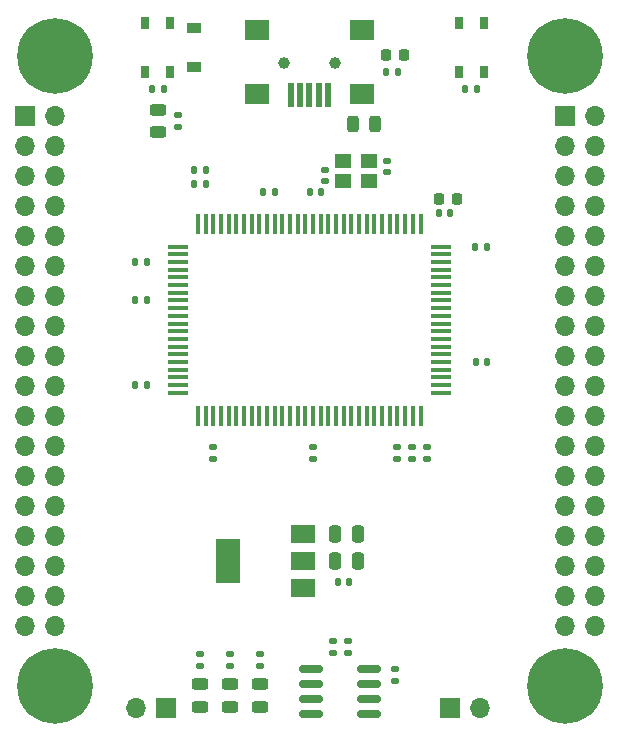
<source format=gbr>
%TF.GenerationSoftware,KiCad,Pcbnew,7.0.2-6a45011f42~172~ubuntu20.04.1*%
%TF.CreationDate,2023-04-23T14:30:36+07:00*%
%TF.ProjectId,EZ-USB-100X,455a2d55-5342-42d3-9130-30582e6b6963,rev?*%
%TF.SameCoordinates,Original*%
%TF.FileFunction,Soldermask,Top*%
%TF.FilePolarity,Negative*%
%FSLAX46Y46*%
G04 Gerber Fmt 4.6, Leading zero omitted, Abs format (unit mm)*
G04 Created by KiCad (PCBNEW 7.0.2-6a45011f42~172~ubuntu20.04.1) date 2023-04-23 14:30:36*
%MOMM*%
%LPD*%
G01*
G04 APERTURE LIST*
G04 Aperture macros list*
%AMRoundRect*
0 Rectangle with rounded corners*
0 $1 Rounding radius*
0 $2 $3 $4 $5 $6 $7 $8 $9 X,Y pos of 4 corners*
0 Add a 4 corners polygon primitive as box body*
4,1,4,$2,$3,$4,$5,$6,$7,$8,$9,$2,$3,0*
0 Add four circle primitives for the rounded corners*
1,1,$1+$1,$2,$3*
1,1,$1+$1,$4,$5*
1,1,$1+$1,$6,$7*
1,1,$1+$1,$8,$9*
0 Add four rect primitives between the rounded corners*
20,1,$1+$1,$2,$3,$4,$5,0*
20,1,$1+$1,$4,$5,$6,$7,0*
20,1,$1+$1,$6,$7,$8,$9,0*
20,1,$1+$1,$8,$9,$2,$3,0*%
G04 Aperture macros list end*
%ADD10RoundRect,0.135000X-0.135000X-0.185000X0.135000X-0.185000X0.135000X0.185000X-0.135000X0.185000X0*%
%ADD11RoundRect,0.140000X-0.170000X0.140000X-0.170000X-0.140000X0.170000X-0.140000X0.170000X0.140000X0*%
%ADD12RoundRect,0.250000X-0.250000X-0.475000X0.250000X-0.475000X0.250000X0.475000X-0.250000X0.475000X0*%
%ADD13C,0.800000*%
%ADD14C,6.400000*%
%ADD15RoundRect,0.243750X0.456250X-0.243750X0.456250X0.243750X-0.456250X0.243750X-0.456250X-0.243750X0*%
%ADD16R,0.650000X1.050000*%
%ADD17RoundRect,0.225000X-0.225000X-0.250000X0.225000X-0.250000X0.225000X0.250000X-0.225000X0.250000X0*%
%ADD18RoundRect,0.140000X0.170000X-0.140000X0.170000X0.140000X-0.170000X0.140000X-0.170000X-0.140000X0*%
%ADD19R,1.200000X0.900000*%
%ADD20RoundRect,0.135000X0.185000X-0.135000X0.185000X0.135000X-0.185000X0.135000X-0.185000X-0.135000X0*%
%ADD21RoundRect,0.140000X0.140000X0.170000X-0.140000X0.170000X-0.140000X-0.170000X0.140000X-0.170000X0*%
%ADD22R,1.400000X1.200000*%
%ADD23RoundRect,0.135000X-0.185000X0.135000X-0.185000X-0.135000X0.185000X-0.135000X0.185000X0.135000X0*%
%ADD24RoundRect,0.243750X-0.243750X-0.456250X0.243750X-0.456250X0.243750X0.456250X-0.243750X0.456250X0*%
%ADD25R,1.700000X1.700000*%
%ADD26O,1.700000X1.700000*%
%ADD27RoundRect,0.140000X-0.140000X-0.170000X0.140000X-0.170000X0.140000X0.170000X-0.140000X0.170000X0*%
%ADD28RoundRect,0.135000X0.135000X0.185000X-0.135000X0.185000X-0.135000X-0.185000X0.135000X-0.185000X0*%
%ADD29C,1.000000*%
%ADD30R,0.500000X2.000000*%
%ADD31R,2.000000X1.700000*%
%ADD32RoundRect,0.150000X-0.825000X-0.150000X0.825000X-0.150000X0.825000X0.150000X-0.825000X0.150000X0*%
%ADD33R,2.000000X1.500000*%
%ADD34R,2.000000X3.800000*%
%ADD35RoundRect,0.100000X-0.100000X0.775000X-0.100000X-0.775000X0.100000X-0.775000X0.100000X0.775000X0*%
%ADD36RoundRect,0.100000X-0.775000X0.100000X-0.775000X-0.100000X0.775000X-0.100000X0.775000X0.100000X0*%
G04 APERTURE END LIST*
D10*
%TO.C,R10*%
X143914400Y-55321200D03*
X144934400Y-55321200D03*
%TD*%
D11*
%TO.C,C4*%
X138811000Y-63567800D03*
X138811000Y-64527800D03*
%TD*%
D12*
%TO.C,C9*%
X139639000Y-96697800D03*
X141539000Y-96697800D03*
%TD*%
D13*
%TO.C,H4*%
X156680200Y-107253800D03*
X157383144Y-105556744D03*
X157383144Y-108950856D03*
X159080200Y-104853800D03*
D14*
X159080200Y-107253800D03*
D13*
X159080200Y-109653800D03*
X160777256Y-105556744D03*
X160777256Y-108950856D03*
X161480200Y-107253800D03*
%TD*%
D11*
%TO.C,C19*%
X137764400Y-87099200D03*
X137764400Y-88059200D03*
%TD*%
D15*
%TO.C,D3*%
X130746500Y-109039900D03*
X130746500Y-107164900D03*
%TD*%
D16*
%TO.C,SW2*%
X150080400Y-55338800D03*
X150080400Y-51188800D03*
X152230400Y-55338800D03*
X152230400Y-51188800D03*
%TD*%
D17*
%TO.C,C7*%
X143914400Y-53873400D03*
X145464400Y-53873400D03*
%TD*%
D13*
%TO.C,H3*%
X156680200Y-53913800D03*
X157383144Y-52216744D03*
X157383144Y-55610856D03*
X159080200Y-51513800D03*
D14*
X159080200Y-53913800D03*
D13*
X159080200Y-56313800D03*
X160777256Y-52216744D03*
X160777256Y-55610856D03*
X161480200Y-53913800D03*
%TD*%
D18*
%TO.C,C5*%
X144068800Y-63787800D03*
X144068800Y-62827800D03*
%TD*%
D19*
%TO.C,D1*%
X127711200Y-51613800D03*
X127711200Y-54913800D03*
%TD*%
D15*
%TO.C,D2*%
X124612400Y-60398900D03*
X124612400Y-58523900D03*
%TD*%
D20*
%TO.C,R9*%
X128168400Y-105640600D03*
X128168400Y-104620600D03*
%TD*%
D10*
%TO.C,R3*%
X150645400Y-56769000D03*
X151665400Y-56769000D03*
%TD*%
D11*
%TO.C,C3*%
X144907000Y-87099200D03*
X144907000Y-88059200D03*
%TD*%
D21*
%TO.C,C18*%
X134518400Y-65506600D03*
X133558400Y-65506600D03*
%TD*%
D12*
%TO.C,C6*%
X139639000Y-94411800D03*
X141539000Y-94411800D03*
%TD*%
D20*
%TO.C,R8*%
X130746500Y-105640600D03*
X130746500Y-104620600D03*
%TD*%
D22*
%TO.C,Y1*%
X142527200Y-62827800D03*
X140327200Y-62827800D03*
X140327200Y-64527800D03*
X142527200Y-64527800D03*
%TD*%
D23*
%TO.C,R1*%
X139420600Y-103477600D03*
X139420600Y-104497600D03*
%TD*%
D11*
%TO.C,C2*%
X144703800Y-105867200D03*
X144703800Y-106827200D03*
%TD*%
D24*
%TO.C,F1*%
X141175500Y-59740800D03*
X143050500Y-59740800D03*
%TD*%
D21*
%TO.C,C10*%
X123670000Y-71401200D03*
X122710000Y-71401200D03*
%TD*%
D13*
%TO.C,H2*%
X113500200Y-107253800D03*
X114203144Y-105556744D03*
X114203144Y-108950856D03*
X115900200Y-104853800D03*
D14*
X115900200Y-107253800D03*
D13*
X115900200Y-109653800D03*
X117597256Y-105556744D03*
X117597256Y-108950856D03*
X118300200Y-107253800D03*
%TD*%
D10*
%TO.C,R4*%
X124102400Y-56769000D03*
X125122400Y-56769000D03*
%TD*%
D25*
%TO.C,J4*%
X159080200Y-58993800D03*
D26*
X161620200Y-58993800D03*
X159080200Y-61533800D03*
X161620200Y-61533800D03*
X159080200Y-64073800D03*
X161620200Y-64073800D03*
X159080200Y-66613800D03*
X161620200Y-66613800D03*
X159080200Y-69153800D03*
X161620200Y-69153800D03*
X159080200Y-71693800D03*
X161620200Y-71693800D03*
X159080200Y-74233800D03*
X161620200Y-74233800D03*
X159080200Y-76773800D03*
X161620200Y-76773800D03*
X159080200Y-79313800D03*
X161620200Y-79313800D03*
X159080200Y-81853800D03*
X161620200Y-81853800D03*
X159080200Y-84393800D03*
X161620200Y-84393800D03*
X159080200Y-86933800D03*
X161620200Y-86933800D03*
X159080200Y-89473800D03*
X161620200Y-89473800D03*
X159080200Y-92013800D03*
X161620200Y-92013800D03*
X159080200Y-94553800D03*
X161620200Y-94553800D03*
X159080200Y-97093800D03*
X161620200Y-97093800D03*
X159080200Y-99633800D03*
X161620200Y-99633800D03*
X159080200Y-102173800D03*
X161620200Y-102173800D03*
%TD*%
D27*
%TO.C,C11*%
X148389400Y-67284600D03*
X149349400Y-67284600D03*
%TD*%
D28*
%TO.C,R12*%
X128676400Y-64770000D03*
X127656400Y-64770000D03*
%TD*%
D15*
%TO.C,D4*%
X128168400Y-109039900D03*
X128168400Y-107164900D03*
%TD*%
D23*
%TO.C,R7*%
X126314200Y-58926000D03*
X126314200Y-59946000D03*
%TD*%
D25*
%TO.C,J5*%
X125303200Y-109194600D03*
D26*
X122763200Y-109194600D03*
%TD*%
D29*
%TO.C,J2*%
X139664800Y-54567400D03*
X135264800Y-54567400D03*
D30*
X139064800Y-57267400D03*
X138264800Y-57267400D03*
X137464800Y-57267400D03*
X136664800Y-57267400D03*
X135864800Y-57267400D03*
D31*
X141914800Y-57167400D03*
X141914800Y-51717400D03*
X133014800Y-57167400D03*
X133014800Y-51717400D03*
%TD*%
D16*
%TO.C,SW1*%
X123537400Y-55338800D03*
X123537400Y-51188800D03*
X125687400Y-55338800D03*
X125687400Y-51188800D03*
%TD*%
D27*
%TO.C,C12*%
X151564400Y-79851200D03*
X152524400Y-79851200D03*
%TD*%
D11*
%TO.C,C1*%
X147414933Y-87099200D03*
X147414933Y-88059200D03*
%TD*%
%TO.C,C8*%
X129314400Y-87099200D03*
X129314400Y-88059200D03*
%TD*%
D25*
%TO.C,J1*%
X149397800Y-109194600D03*
D26*
X151937800Y-109194600D03*
%TD*%
D23*
%TO.C,R11*%
X133299200Y-104620600D03*
X133299200Y-105640600D03*
%TD*%
D27*
%TO.C,C15*%
X139855000Y-98450400D03*
X140815000Y-98450400D03*
%TD*%
D15*
%TO.C,D5*%
X133299200Y-109039900D03*
X133299200Y-107164900D03*
%TD*%
D32*
%TO.C,U2*%
X137555200Y-105867200D03*
X137555200Y-107137200D03*
X137555200Y-108407200D03*
X137555200Y-109677200D03*
X142505200Y-109677200D03*
X142505200Y-108407200D03*
X142505200Y-107137200D03*
X142505200Y-105867200D03*
%TD*%
D13*
%TO.C,H1*%
X113500200Y-53913800D03*
X114203144Y-52216744D03*
X114203144Y-55610856D03*
X115900200Y-51513800D03*
D14*
X115900200Y-53913800D03*
D13*
X115900200Y-56313800D03*
X117597256Y-52216744D03*
X117597256Y-55610856D03*
X118300200Y-53913800D03*
%TD*%
D23*
%TO.C,R2*%
X140690600Y-103477600D03*
X140690600Y-104497600D03*
%TD*%
D11*
%TO.C,C13*%
X146160966Y-87099200D03*
X146160966Y-88059200D03*
%TD*%
D33*
%TO.C,U1*%
X136881000Y-99023200D03*
X136881000Y-96723200D03*
D34*
X130581000Y-96723200D03*
D33*
X136881000Y-94423200D03*
%TD*%
D10*
%TO.C,R5*%
X127656400Y-63576200D03*
X128676400Y-63576200D03*
%TD*%
D25*
%TO.C,J3*%
X113360200Y-58993800D03*
D26*
X115900200Y-58993800D03*
X113360200Y-61533800D03*
X115900200Y-61533800D03*
X113360200Y-64073800D03*
X115900200Y-64073800D03*
X113360200Y-66613800D03*
X115900200Y-66613800D03*
X113360200Y-69153800D03*
X115900200Y-69153800D03*
X113360200Y-71693800D03*
X115900200Y-71693800D03*
X113360200Y-74233800D03*
X115900200Y-74233800D03*
X113360200Y-76773800D03*
X115900200Y-76773800D03*
X113360200Y-79313800D03*
X115900200Y-79313800D03*
X113360200Y-81853800D03*
X115900200Y-81853800D03*
X113360200Y-84393800D03*
X115900200Y-84393800D03*
X113360200Y-86933800D03*
X115900200Y-86933800D03*
X113360200Y-89473800D03*
X115900200Y-89473800D03*
X113360200Y-92013800D03*
X115900200Y-92013800D03*
X113360200Y-94553800D03*
X115900200Y-94553800D03*
X113360200Y-97093800D03*
X115900200Y-97093800D03*
X113360200Y-99633800D03*
X115900200Y-99633800D03*
X113360200Y-102173800D03*
X115900200Y-102173800D03*
%TD*%
D17*
%TO.C,C20*%
X148399200Y-66040000D03*
X149949200Y-66040000D03*
%TD*%
D21*
%TO.C,C14*%
X123670000Y-81801200D03*
X122710000Y-81801200D03*
%TD*%
D27*
%TO.C,C16*%
X137492800Y-65506600D03*
X138452800Y-65506600D03*
%TD*%
D21*
%TO.C,C17*%
X123670000Y-74651200D03*
X122710000Y-74651200D03*
%TD*%
D28*
%TO.C,R6*%
X152478200Y-70101200D03*
X151458200Y-70101200D03*
%TD*%
D35*
%TO.C,U3*%
X146864400Y-68151200D03*
X146214400Y-68151200D03*
X145564400Y-68151200D03*
X144914400Y-68151200D03*
X144264400Y-68151200D03*
X143614400Y-68151200D03*
X142964400Y-68151200D03*
X142314400Y-68151200D03*
X141664400Y-68151200D03*
X141014400Y-68151200D03*
X140364400Y-68151200D03*
X139714400Y-68151200D03*
X139064400Y-68151200D03*
X138414400Y-68151200D03*
X137764400Y-68151200D03*
X137114400Y-68151200D03*
X136464400Y-68151200D03*
X135814400Y-68151200D03*
X135164400Y-68151200D03*
X134514400Y-68151200D03*
X133864400Y-68151200D03*
X133214400Y-68151200D03*
X132564400Y-68151200D03*
X131914400Y-68151200D03*
X131264400Y-68151200D03*
X130614400Y-68151200D03*
X129964400Y-68151200D03*
X129314400Y-68151200D03*
X128664400Y-68151200D03*
X128014400Y-68151200D03*
D36*
X126314400Y-70101200D03*
X126314400Y-70751200D03*
X126314400Y-71401200D03*
X126314400Y-72051200D03*
X126314400Y-72701200D03*
X126314400Y-73351200D03*
X126314400Y-74001200D03*
X126314400Y-74651200D03*
X126314400Y-75301200D03*
X126314400Y-75951200D03*
X126314400Y-76601200D03*
X126314400Y-77251200D03*
X126314400Y-77901200D03*
X126314400Y-78551200D03*
X126314400Y-79201200D03*
X126314400Y-79851200D03*
X126314400Y-80501200D03*
X126314400Y-81151200D03*
X126314400Y-81801200D03*
X126314400Y-82451200D03*
D35*
X128014400Y-84401200D03*
X128664400Y-84401200D03*
X129314400Y-84401200D03*
X129964400Y-84401200D03*
X130614400Y-84401200D03*
X131264400Y-84401200D03*
X131914400Y-84401200D03*
X132564400Y-84401200D03*
X133214400Y-84401200D03*
X133864400Y-84401200D03*
X134514400Y-84401200D03*
X135164400Y-84401200D03*
X135814400Y-84401200D03*
X136464400Y-84401200D03*
X137114400Y-84401200D03*
X137764400Y-84401200D03*
X138414400Y-84401200D03*
X139064400Y-84401200D03*
X139714400Y-84401200D03*
X140364400Y-84401200D03*
X141014400Y-84401200D03*
X141664400Y-84401200D03*
X142314400Y-84401200D03*
X142964400Y-84401200D03*
X143614400Y-84401200D03*
X144264400Y-84401200D03*
X144914400Y-84401200D03*
X145564400Y-84401200D03*
X146214400Y-84401200D03*
X146864400Y-84401200D03*
D36*
X148564400Y-82451200D03*
X148564400Y-81801200D03*
X148564400Y-81151200D03*
X148564400Y-80501200D03*
X148564400Y-79851200D03*
X148564400Y-79201200D03*
X148564400Y-78551200D03*
X148564400Y-77901200D03*
X148564400Y-77251200D03*
X148564400Y-76601200D03*
X148564400Y-75951200D03*
X148564400Y-75301200D03*
X148564400Y-74651200D03*
X148564400Y-74001200D03*
X148564400Y-73351200D03*
X148564400Y-72701200D03*
X148564400Y-72051200D03*
X148564400Y-71401200D03*
X148564400Y-70751200D03*
X148564400Y-70101200D03*
%TD*%
M02*

</source>
